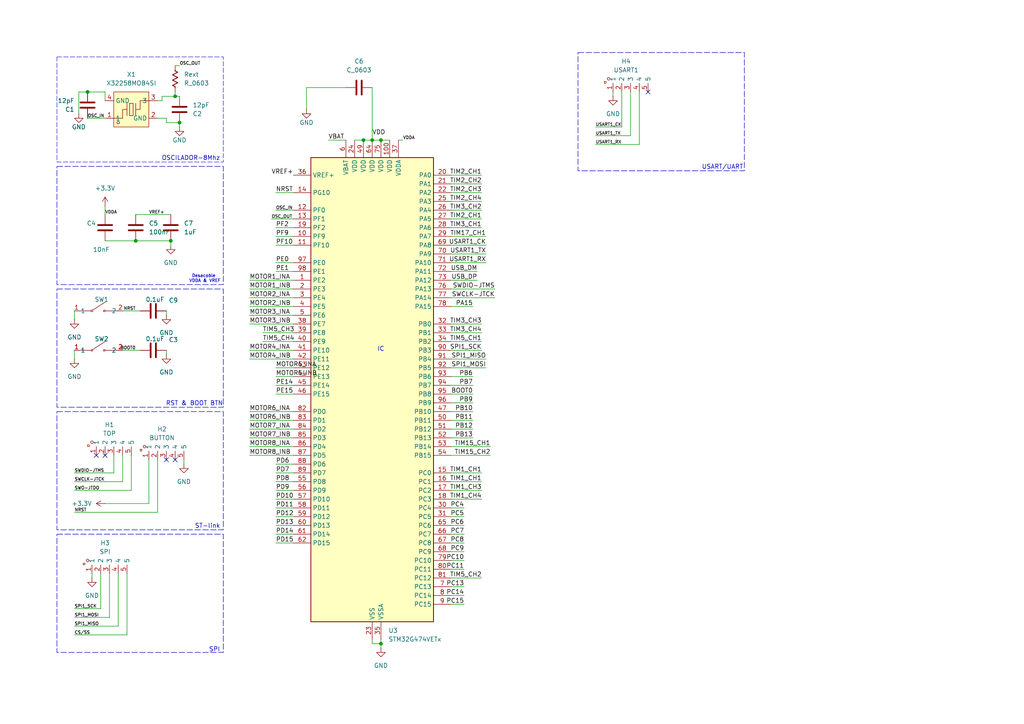
<source format=kicad_sch>
(kicad_sch (version 20250114) (generator "eeschema") (generator_version "9.0")
  (paper "A4")
  (lib_symbols
    (symbol "Device:C" (pin_numbers (hide yes)) (pin_names (offset 0.254))
      (property "Reference" "C" (at 0.635 2.54 0))
      (property "Value" "C" (at 0.635 -2.54 0))
      (symbol "C_0_1"
        (polyline (pts (xy -2.032 0.762) (xy 2.032 0.762)) (stroke (width 0.508)))
        (polyline (pts (xy -2.032 -0.762) (xy 2.032 -0.762)) (stroke (width 0.508)))
      )
      (symbol "C_1_1"
        (pin passive line (at 0 3.81 270) (length 2.794) (name "~") (number "1"))
        (pin passive line (at 0 -3.81 90) (length 2.794) (name "~") (number "2"))
      )
    )
    (symbol "EasyEDA:HX-3X6X2.5-XSMDTACTSWITCH"
      (property "Reference" "SW" (at 0 5.08 0))
      (property "Value" "HX-3X6X2.5-X SMD TACT SWITCH" (at 0 -5.08 0))
      (symbol "HX-3X6X2.5-XSMDTACTSWITCH_0_1"
        (polyline (pts (xy -1.52 0) (xy -5.08 0)))
        (circle (center -1.27 0) (radius 0.25))
        (polyline (pts (xy -1.02 0.25) (xy 2.54 2.54)))
        (circle (center 2.29 0) (radius 0.25))
        (polyline (pts (xy 2.54 0) (xy 6.35 0)))
        (pin unspecified line (at -6.35 0 0) (length 1.27) (name "1") (number "1"))
        (pin unspecified line (at 7.62 0 180) (length 1.27) (name "2") (number "2"))
      )
    )
    (symbol "EasyEDA:HXPZ2.0-1X5PZZ"
      (property "Reference" "H" (at 0 10.16 0))
      (property "Value" "HX PZ2.0-1X5P ZZ" (at 0 -10.16 0))
      (symbol "HXPZ2.0-1X5PZZ_0_1"
        (rectangle (start -2.54 7.62) (end -2.03 7.11) (fill (type background)))
        (circle (center -1.27 6.35) (radius 0.38))
        (pin unspecified line (at -5.08 5.08 0) (length 2.54) (name "1") (number "1"))
        (pin unspecified line (at -5.08 2.54 0) (length 2.54) (name "2") (number "2"))
        (pin unspecified line (at -5.08 0 0) (length 2.54) (name "3") (number "3"))
        (pin unspecified line (at -5.08 -2.54 0) (length 2.54) (name "4") (number "4"))
        (pin unspecified line (at -5.08 -5.08 0) (length 2.54) (name "5") (number "5"))
      )
    )
    (symbol "EasyEDA:X32258MOB4SI"
      (property "Reference" "X" (at 0 7.62 0))
      (property "Value" "X32258MOB4SI" (at 0 -7.62 0))
      (symbol "X32258MOB4SI_0_1"
        (rectangle (start -5.08 5.08) (end 5.08 -5.08) (fill (type background)))
        (polyline (pts (xy -5.08 -2.54) (xy -2.54 -2.54) (xy -2.54 0) (xy -1.27 0)))
        (circle (center -3.81 -3.81) (radius 0.38))
        (polyline (pts (xy -1.27 -1.78) (xy -1.27 1.78)))
        (rectangle (start -0.51 1.78) (end 0.51 -1.78) (fill (type background)))
        (polyline (pts (xy 1.27 -1.78) (xy 1.27 1.78)))
        (polyline (pts (xy 5.08 2.54) (xy 2.54 2.54) (xy 2.54 0) (xy 1.27 0)))
        (pin input line (at -7.62 2.54 0) (length 2.54) (name "GND") (number "4"))
        (pin input line (at -7.62 -2.54 0) (length 2.54) (name "1") (number "1"))
        (pin input line (at 7.62 2.54 180) (length 2.54) (name "3") (number "3"))
        (pin input line (at 7.62 -2.54 180) (length 2.54) (name "GND") (number "2"))
      )
    )
    (symbol "MCU_ST_STM32G4:STM32G474VETx"
      (property "Reference" "U" (at -17.78 69.85 0))
      (property "Value" "STM32G474VETx" (at 10.16 69.85 0))
      (symbol "STM32G474VETx_0_1"
        (rectangle (start -17.78 -66.04) (end 17.78 68.58) (stroke (width 0.254)) (fill (type background)))
      )
      (symbol "STM32G474VETx_1_1"
        (pin input line (at -22.86 63.5 0) (length 5.08) (name "VREF+") (number "36"))
        (pin bidirectional line (at -22.86 58.42 0) (length 5.08) (name "PG10") (number "14"))
        (pin bidirectional line (at -22.86 53.34 0) (length 5.08) (name "PF0") (number "12"))
        (pin bidirectional line (at -22.86 50.8 0) (length 5.08) (name "PF1") (number "13"))
        (pin bidirectional line (at -22.86 48.26 0) (length 5.08) (name "PF2") (number "19"))
        (pin bidirectional line (at -22.86 45.72 0) (length 5.08) (name "PF9") (number "10"))
        (pin bidirectional line (at -22.86 43.18 0) (length 5.08) (name "PF10") (number "11"))
        (pin bidirectional line (at -22.86 38.1 0) (length 5.08) (name "PE0") (number "97"))
        (pin bidirectional line (at -22.86 35.56 0) (length 5.08) (name "PE1") (number "98"))
        (pin bidirectional line (at -22.86 33.02 0) (length 5.08) (name "PE2") (number "1"))
        (pin bidirectional line (at -22.86 30.48 0) (length 5.08) (name "PE3") (number "2"))
        (pin bidirectional line (at -22.86 27.94 0) (length 5.08) (name "PE4") (number "3"))
        (pin bidirectional line (at -22.86 25.4 0) (length 5.08) (name "PE5") (number "4"))
        (pin bidirectional line (at -22.86 22.86 0) (length 5.08) (name "PE6") (number "5"))
        (pin bidirectional line (at -22.86 20.32 0) (length 5.08) (name "PE7") (number "38"))
        (pin bidirectional line (at -22.86 17.78 0) (length 5.08) (name "PE8") (number "39"))
        (pin bidirectional line (at -22.86 15.24 0) (length 5.08) (name "PE9") (number "40"))
        (pin bidirectional line (at -22.86 12.7 0) (length 5.08) (name "PE10") (number "41"))
        (pin bidirectional line (at -22.86 10.16 0) (length 5.08) (name "PE11") (number "42"))
        (pin bidirectional line (at -22.86 7.62 0) (length 5.08) (name "PE12") (number "43"))
        (pin bidirectional line (at -22.86 5.08 0) (length 5.08) (name "PE13") (number "44"))
        (pin bidirectional line (at -22.86 2.54 0) (length 5.08) (name "PE14") (number "45"))
        (pin bidirectional line (at -22.86 0 0) (length 5.08) (name "PE15") (number "46"))
        (pin bidirectional line (at -22.86 -5.08 0) (length 5.08) (name "PD0") (number "82"))
        (pin bidirectional line (at -22.86 -7.62 0) (length 5.08) (name "PD1") (number "83"))
        (pin bidirectional line (at -22.86 -10.16 0) (length 5.08) (name "PD2") (number "84"))
        (pin bidirectional line (at -22.86 -12.7 0) (length 5.08) (name "PD3") (number "85"))
        (pin bidirectional line (at -22.86 -15.24 0) (length 5.08) (name "PD4") (number "86"))
        (pin bidirectional line (at -22.86 -17.78 0) (length 5.08) (name "PD5") (number "87"))
        (pin bidirectional line (at -22.86 -20.32 0) (length 5.08) (name "PD6") (number "88"))
        (pin bidirectional line (at -22.86 -22.86 0) (length 5.08) (name "PD7") (number "89"))
        (pin bidirectional line (at -22.86 -25.4 0) (length 5.08) (name "PD8") (number "55"))
        (pin bidirectional line (at -22.86 -27.94 0) (length 5.08) (name "PD9") (number "56"))
        (pin bidirectional line (at -22.86 -30.48 0) (length 5.08) (name "PD10") (number "57"))
        (pin bidirectional line (at -22.86 -33.02 0) (length 5.08) (name "PD11") (number "58"))
        (pin bidirectional line (at -22.86 -35.56 0) (length 5.08) (name "PD12") (number "59"))
        (pin bidirectional line (at -22.86 -38.1 0) (length 5.08) (name "PD13") (number "60"))
        (pin bidirectional line (at -22.86 -40.64 0) (length 5.08) (name "PD14") (number "61"))
        (pin bidirectional line (at -22.86 -43.18 0) (length 5.08) (name "PD15") (number "62"))
        (pin power_in line (at -7.62 73.66 270) (length 5.08) (name "VBAT") (number "6"))
        (pin power_in line (at -5.08 73.66 270) (length 5.08) (name "VDD") (number "24"))
        (pin power_in line (at -2.54 73.66 270) (length 5.08) (name "VDD") (number "49"))
        (pin power_in line (at 0 73.66 270) (length 5.08) (name "VDD") (number "64"))
        (pin power_in line (at 0 -71.12 90) (length 5.08) (name "VSS") (number "23"))
        (pin passive line (at 0 -71.12 90) (length 5.08) (hide yes) (name "VSS") (number "48"))
        (pin passive line (at 0 -71.12 90) (length 5.08) (hide yes) (name "VSS") (number "63"))
        (pin passive line (at 0 -71.12 90) (length 5.08) (hide yes) (name "VSS") (number "74"))
        (pin passive line (at 0 -71.12 90) (length 5.08) (hide yes) (name "VSS") (number "99"))
        (pin power_in line (at 2.54 73.66 270) (length 5.08) (name "VDD") (number "75"))
        (pin power_in line (at 2.54 -71.12 90) (length 5.08) (name "VSSA") (number "35"))
        (pin power_in line (at 5.08 73.66 270) (length 5.08) (name "VDD") (number "100"))
        (pin power_in line (at 7.62 73.66 270) (length 5.08) (name "VDDA") (number "37"))
        (pin bidirectional line (at 22.86 63.5 180) (length 5.08) (name "PA0") (number "20"))
        (pin bidirectional line (at 22.86 60.96 180) (length 5.08) (name "PA1") (number "21"))
        (pin bidirectional line (at 22.86 58.42 180) (length 5.08) (name "PA2") (number "22"))
        (pin bidirectional line (at 22.86 55.88 180) (length 5.08) (name "PA3") (number "25"))
        (pin bidirectional line (at 22.86 53.34 180) (length 5.08) (name "PA4") (number "26"))
        (pin bidirectional line (at 22.86 50.8 180) (length 5.08) (name "PA5") (number "27"))
        (pin bidirectional line (at 22.86 48.26 180) (length 5.08) (name "PA6") (number "28"))
        (pin bidirectional line (at 22.86 45.72 180) (length 5.08) (name "PA7") (number "29"))
        (pin bidirectional line (at 22.86 43.18 180) (length 5.08) (name "PA8") (number "69"))
        (pin bidirectional line (at 22.86 40.64 180) (length 5.08) (name "PA9") (number "70"))
        (pin bidirectional line (at 22.86 38.1 180) (length 5.08) (name "PA10") (number "71"))
        (pin bidirectional line (at 22.86 35.56 180) (length 5.08) (name "PA11") (number "72"))
        (pin bidirectional line (at 22.86 33.02 180) (length 5.08) (name "PA12") (number "73"))
        (pin bidirectional line (at 22.86 30.48 180) (length 5.08) (name "PA13") (number "76"))
        (pin bidirectional line (at 22.86 27.94 180) (length 5.08) (name "PA14") (number "77"))
        (pin bidirectional line (at 22.86 25.4 180) (length 5.08) (name "PA15") (number "78"))
        (pin bidirectional line (at 22.86 20.32 180) (length 5.08) (name "PB0") (number "32"))
        (pin bidirectional line (at 22.86 17.78 180) (length 5.08) (name "PB1") (number "33"))
        (pin bidirectional line (at 22.86 15.24 180) (length 5.08) (name "PB2") (number "34"))
        (pin bidirectional line (at 22.86 12.7 180) (length 5.08) (name "PB3") (number "90"))
        (pin bidirectional line (at 22.86 10.16 180) (length 5.08) (name "PB4") (number "91"))
        (pin bidirectional line (at 22.86 7.62 180) (length 5.08) (name "PB5") (number "92"))
        (pin bidirectional line (at 22.86 5.08 180) (length 5.08) (name "PB6") (number "93"))
        (pin bidirectional line (at 22.86 2.54 180) (length 5.08) (name "PB7") (number "94"))
        (pin bidirectional line (at 22.86 0 180) (length 5.08) (name "PB8") (number "95"))
        (pin bidirectional line (at 22.86 -2.54 180) (length 5.08) (name "PB9") (number "96"))
        (pin bidirectional line (at 22.86 -5.08 180) (length 5.08) (name "PB10") (number "47"))
        (pin bidirectional line (at 22.86 -7.62 180) (length 5.08) (name "PB11") (number "50"))
        (pin bidirectional line (at 22.86 -10.16 180) (length 5.08) (name "PB12") (number "51"))
        (pin bidirectional line (at 22.86 -12.7 180) (length 5.08) (name "PB13") (number "52"))
        (pin bidirectional line (at 22.86 -15.24 180) (length 5.08) (name "PB14") (number "53"))
        (pin bidirectional line (at 22.86 -17.78 180) (length 5.08) (name "PB15") (number "54"))
        (pin bidirectional line (at 22.86 -22.86 180) (length 5.08) (name "PC0") (number "15"))
        (pin bidirectional line (at 22.86 -25.4 180) (length 5.08) (name "PC1") (number "16"))
        (pin bidirectional line (at 22.86 -27.94 180) (length 5.08) (name "PC2") (number "17"))
        (pin bidirectional line (at 22.86 -30.48 180) (length 5.08) (name "PC3") (number "18"))
        (pin bidirectional line (at 22.86 -33.02 180) (length 5.08) (name "PC4") (number "30"))
        (pin bidirectional line (at 22.86 -35.56 180) (length 5.08) (name "PC5") (number "31"))
        (pin bidirectional line (at 22.86 -38.1 180) (length 5.08) (name "PC6") (number "65"))
        (pin bidirectional line (at 22.86 -40.64 180) (length 5.08) (name "PC7") (number "66"))
        (pin bidirectional line (at 22.86 -43.18 180) (length 5.08) (name "PC8") (number "67"))
        (pin bidirectional line (at 22.86 -45.72 180) (length 5.08) (name "PC9") (number "68"))
        (pin bidirectional line (at 22.86 -48.26 180) (length 5.08) (name "PC10") (number "79"))
        (pin bidirectional line (at 22.86 -50.8 180) (length 5.08) (name "PC11") (number "80"))
        (pin bidirectional line (at 22.86 -53.34 180) (length 5.08) (name "PC12") (number "81"))
        (pin bidirectional line (at 22.86 -55.88 180) (length 5.08) (name "PC13") (number "7"))
        (pin bidirectional line (at 22.86 -58.42 180) (length 5.08) (name "PC14") (number "8"))
        (pin bidirectional line (at 22.86 -60.96 180) (length 5.08) (name "PC15") (number "9"))
      )
    )
    (symbol "PCM_Capacitor_US_AKL:C_0603" (pin_numbers (hide yes)) (pin_names (offset 0.254))
      (property "Reference" "C" (at 0.635 2.54 0))
      (property "Value" "C_0603" (at 0.635 -2.54 0))
      (symbol "C_0603_0_1"
        (polyline (pts (xy -2.032 0.762) (xy 2.032 0.762)) (stroke (width 0.508)))
        (polyline (pts (xy -2.032 -0.762) (xy 2.032 -0.762)) (stroke (width 0.508)))
      )
      (symbol "C_0603_0_2"
        (polyline (pts (xy -2.54 -2.54) (xy -0.381 -0.381)))
        (polyline (pts (xy -0.508 -0.508) (xy -1.651 0.635)) (stroke (width 0.508)))
        (polyline (pts (xy -0.508 -0.508) (xy 0.635 -1.651)) (stroke (width 0.508)))
        (polyline (pts (xy 0.381 0.381) (xy 2.54 2.54)))
        (polyline (pts (xy 0.508 0.508) (xy -0.635 1.651)) (stroke (width 0.508)))
        (polyline (pts (xy 0.508 0.508) (xy 1.651 -0.635)) (stroke (width 0.508)))
      )
      (symbol "C_0603_1_1"
        (pin passive line (at 0 3.81 270) (length 2.794) (name "~") (number "1"))
        (pin passive line (at 0 -3.81 90) (length 2.794) (name "~") (number "2"))
      )
      (symbol "C_0603_1_2"
        (pin passive line (at -2.54 -2.54 90) (length 0) (name "~") (number "2"))
        (pin passive line (at 2.54 2.54 270) (length 0) (name "~") (number "1"))
      )
    )
    (symbol "PCM_Resistor_US_AKL:R_0603" (pin_numbers (hide yes)) (pin_names (offset 0))
      (property "Reference" "R" (at 2.54 1.27 0))
      (property "Value" "R_0603" (at 2.54 -1.27 0))
      (symbol "R_0603_0_1"
        (polyline (pts (xy 0 2.286) (xy 0 2.54)) (stroke (width 0.254)))
        (polyline (pts (xy 0 2.286) (xy 0.762 1.905) (xy -0.762 1.143) (xy 0 0.762) (xy 0.762 0.381) (xy 0 0) (xy -0.762 -0.381) (xy 0 -0.762) (xy 0.762 -1.143) (xy 0 -1.524) (xy -0.762 -1.905) (xy 0 -2.286)) (stroke (width 0.254)))
        (polyline (pts (xy 0 -2.286) (xy 0 -2.54)) (stroke (width 0.254)))
      )
      (symbol "R_0603_0_2"
        (polyline (pts (xy -2.54 -2.54) (xy -1.778 -1.778)))
        (polyline (pts (xy -1.778 -1.778) (xy -1.524 -1.524)) (stroke (width 0.254)))
        (polyline (pts (xy -1.524 -1.524) (xy -1.778 -0.762) (xy -1.016 -1.016)) (stroke (width 0.254)))
        (polyline (pts (xy -0.508 -0.508) (xy -0.762 0.254) (xy 0 0)) (stroke (width 0.254)))
        (polyline (pts (xy -0.508 -0.508) (xy -0.254 -1.27) (xy -1.016 -1.016)) (stroke (width 0.254)))
        (polyline (pts (xy 0.508 0.508) (xy 0.254 1.27) (xy 1.016 1.016)) (stroke (width 0.254)))
        (polyline (pts (xy 0.508 0.508) (xy 0.762 -0.254) (xy 0 0)) (stroke (width 0.254)))
        (polyline (pts (xy 1.524 1.524) (xy 1.778 0.762) (xy 1.016 1.016)) (stroke (width 0.254)))
        (polyline (pts (xy 1.778 1.778) (xy 1.524 1.524)) (stroke (width 0.254)))
        (polyline (pts (xy 1.778 1.778) (xy 2.54 2.54)))
      )
      (symbol "R_0603_1_1"
        (pin passive line (at 0 3.81 270) (length 1.27) (name "~") (number "1"))
        (pin passive line (at 0 -3.81 90) (length 1.27) (name "~") (number "2"))
      )
      (symbol "R_0603_1_2"
        (pin passive line (at -2.54 -2.54 0) (length 0) (name "") (number "2"))
        (pin passive line (at 2.54 2.54 180) (length 0) (name "") (number "1"))
      )
    )
    (symbol "power:+3.3V" (power) (pin_numbers (hide yes)) (pin_names (offset 0) (hide yes))
      (property "Value" "+3.3V" (at 0 3.556 0))
      (symbol "+3.3V_0_1"
        (polyline (pts (xy -0.762 1.27) (xy 0 2.54)))
        (polyline (pts (xy 0 2.54) (xy 0.762 1.27)))
        (polyline (pts (xy 0 0) (xy 0 2.54)))
      )
      (symbol "+3.3V_1_1"
        (pin power_in line (at 0 0 90) (length 0) (name "~") (number "1"))
      )
    )
    (symbol "power:GND" (power) (pin_numbers (hide yes)) (pin_names (offset 0) (hide yes))
      (property "Value" "GND" (at 0 -3.81 0))
      (symbol "GND_0_1"
        (polyline (pts (xy 0 0) (xy 0 -1.27) (xy 1.27 -1.27) (xy 0 -2.54) (xy -1.27 -1.27) (xy 0 -1.27)))
      )
      (symbol "GND_1_1"
        (pin power_in line (at 0 0 270) (length 0) (name "~") (number "1"))
      )
    )
  )
  (rectangle (start 16.51 119.38) (end 64.77 153.67) (stroke (width 0) (type dash)))
  (rectangle (start 16.51 16.51) (end 64.77 46.99) (stroke (width 0.127) (type dash)))
  (rectangle (start 16.51 154.94) (end 64.77 189.23) (stroke (width 0) (type dash)))
  (rectangle (start 16.51 83.82) (end 64.77 118.11) (stroke (width 0) (type dash)))
  (rectangle (start 167.64 15.24) (end 215.9 49.53) (stroke (width 0) (type dash)))
  (rectangle (start 16.51 48.26) (end 64.77 82.55) (stroke (width 0) (type dash)))
  (text "OSCILADOR-8Mhz\n" (at 55.372 45.974 0) (effects (font (size 1.27 1.27))))
  (text "Desacoble \nVDDA & VREF\n\n\n" (at 59.436 82.296 0) (effects (font (size 0.889 0.889))))
  (text "RST & BOOT BTN" (at 56.388 117.856 0) (effects (font (size 1.27 1.27)) (justify bottom)))
  (text "IC" (at 110.49 101.346 0) (effects (font (size 1.27 1.27))))
  (text "USART/UART" (at 209.55 49.276 0) (effects (font (size 1.27 1.27)) (justify bottom)))
  (text "SPI" (at 62.23 189.23 0) (effects (font (size 1.27 1.27)) (justify bottom)))
  (text "ST-link" (at 60.198 153.416 0) (effects (font (size 1.27 1.27)) (justify bottom)))
  (junction (at 52.07 35.56))
  (junction (at 105.41 40.64))
  (junction (at 107.95 40.64))
  (junction (at 110.49 40.64))
  (junction (at 25.4 26.67))
  (junction (at 39.37 69.85))
  (junction (at 49.53 69.85))
  (junction (at 110.49 186.69))
  (junction (at 50.8 27.94))
  (no_connect (at 27.94 132.08))
  (no_connect (at 50.8 133.35))
  (no_connect (at 30.48 132.08))
  (no_connect (at 48.26 133.35))
  (no_connect (at 187.96 26.67))
  (wire (pts (xy 72.39 104.14) (xy 85.09 104.14)))
  (wire (pts (xy 107.95 40.64) (xy 110.49 40.64)))
  (wire (pts (xy 21.59 181.61) (xy 34.29 181.61)))
  (wire (pts (xy 130.81 109.22) (xy 137.16 109.22)))
  (wire (pts (xy 134.62 147.32) (xy 130.81 147.32)))
  (wire (pts (xy 130.81 73.66) (xy 140.97 73.66)))
  (wire (pts (xy 185.42 41.91) (xy 185.42 26.67)))
  (wire (pts (xy 134.62 175.26) (xy 130.81 175.26)))
  (wire (pts (xy 134.62 149.86) (xy 130.81 149.86)))
  (wire (pts (xy 105.41 40.64) (xy 102.87 40.64)))
  (wire (pts (xy 35.56 139.7) (xy 35.56 132.08)))
  (wire (pts (xy 80.01 78.74) (xy 85.09 78.74)))
  (wire (pts (xy 130.81 58.42) (xy 139.7 58.42)))
  (wire (pts (xy 134.62 152.4) (xy 130.81 152.4)))
  (wire (pts (xy 30.48 69.85) (xy 39.37 69.85)))
  (wire (pts (xy 25.4 26.67) (xy 30.48 26.67)))
  (wire (pts (xy 48.26 34.29) (xy 48.26 35.56)))
  (wire (pts (xy 130.81 78.74) (xy 138.43 78.74)))
  (wire (pts (xy 43.18 146.05) (xy 43.18 133.35)))
  (wire (pts (xy 80.01 147.32) (xy 85.09 147.32)))
  (wire (pts (xy 39.37 62.23) (xy 49.53 62.23)))
  (wire (pts (xy 50.8 26.67) (xy 50.8 27.94)))
  (wire (pts (xy 48.26 91.44) (xy 48.26 90.17)))
  (wire (pts (xy 80.01 149.86) (xy 85.09 149.86)))
  (wire (pts (xy 80.01 55.88) (xy 85.09 55.88)))
  (wire (pts (xy 72.39 83.82) (xy 85.09 83.82)))
  (wire (pts (xy 50.8 27.94) (xy 52.07 27.94)))
  (wire (pts (xy 80.01 60.96) (xy 85.09 60.96)))
  (wire (pts (xy 88.9 25.4) (xy 88.9 31.75)))
  (wire (pts (xy 130.81 119.38) (xy 137.16 119.38)))
  (wire (pts (xy 172.72 41.91) (xy 185.42 41.91)))
  (wire (pts (xy 21.59 92.71) (xy 21.59 90.17)))
  (wire (pts (xy 130.81 116.84) (xy 137.16 116.84)))
  (wire (pts (xy 80.01 157.48) (xy 85.09 157.48)))
  (wire (pts (xy 48.26 35.56) (xy 52.07 35.56)))
  (wire (pts (xy 180.34 36.83) (xy 180.34 26.67)))
  (wire (pts (xy 25.4 34.29) (xy 30.48 34.29)))
  (wire (pts (xy 130.81 93.98) (xy 139.7 93.98)))
  (wire (pts (xy 30.48 29.21) (xy 30.48 26.67)))
  (wire (pts (xy 52.07 36.83) (xy 52.07 35.56)))
  (wire (pts (xy 130.81 55.88) (xy 139.7 55.88)))
  (wire (pts (xy 49.53 69.85) (xy 49.53 71.12)))
  (wire (pts (xy 80.01 76.2) (xy 85.09 76.2)))
  (wire (pts (xy 38.1 142.24) (xy 38.1 132.08)))
  (wire (pts (xy 134.62 172.72) (xy 130.81 172.72)))
  (wire (pts (xy 39.37 69.85) (xy 49.53 69.85)))
  (wire (pts (xy 182.88 39.37) (xy 182.88 26.67)))
  (wire (pts (xy 80.01 154.94) (xy 85.09 154.94)))
  (wire (pts (xy 116.84 40.64) (xy 115.57 40.64)))
  (wire (pts (xy 130.81 99.06) (xy 139.7 99.06)))
  (wire (pts (xy 130.81 124.46) (xy 137.16 124.46)))
  (wire (pts (xy 45.72 34.29) (xy 48.26 34.29)))
  (wire (pts (xy 130.81 86.36) (xy 143.51 86.36)))
  (wire (pts (xy 130.81 81.28) (xy 138.43 81.28)))
  (wire (pts (xy 21.59 179.07) (xy 31.75 179.07)))
  (wire (pts (xy 130.81 106.68) (xy 140.97 106.68)))
  (wire (pts (xy 139.7 137.16) (xy 130.81 137.16)))
  (wire (pts (xy 35.56 101.6) (xy 40.64 101.6)))
  (wire (pts (xy 130.81 121.92) (xy 137.16 121.92)))
  (wire (pts (xy 33.02 137.16) (xy 33.02 132.08)))
  (wire (pts (xy 130.81 132.08) (xy 142.24 132.08)))
  (wire (pts (xy 46.99 27.94) (xy 50.8 27.94)))
  (wire (pts (xy 130.81 66.04) (xy 139.7 66.04)))
  (wire (pts (xy 105.41 40.64) (xy 107.95 40.64)))
  (wire (pts (xy 130.81 96.52) (xy 139.7 96.52)))
  (wire (pts (xy 52.07 19.05) (xy 50.8 19.05)))
  (wire (pts (xy 30.48 59.69) (xy 30.48 62.23)))
  (wire (pts (xy 76.2 96.52) (xy 85.09 96.52)))
  (wire (pts (xy 107.95 25.4) (xy 107.95 40.64)))
  (wire (pts (xy 134.62 162.56) (xy 130.81 162.56)))
  (wire (pts (xy 130.81 68.58) (xy 140.97 68.58)))
  (wire (pts (xy 78.74 63.5) (xy 85.09 63.5)))
  (wire (pts (xy 45.72 29.21) (xy 46.99 29.21)))
  (wire (pts (xy 72.39 121.92) (xy 85.09 121.92)))
  (wire (pts (xy 139.7 142.24) (xy 130.81 142.24)))
  (wire (pts (xy 130.81 53.34) (xy 139.7 53.34)))
  (wire (pts (xy 80.01 109.22) (xy 85.09 109.22)))
  (wire (pts (xy 21.59 184.15) (xy 36.83 184.15)))
  (wire (pts (xy 21.59 142.24) (xy 38.1 142.24)))
  (wire (pts (xy 29.21 176.53) (xy 29.21 166.37)))
  (wire (pts (xy 107.95 185.42) (xy 107.95 186.69)))
  (wire (pts (xy 80.01 68.58) (xy 85.09 68.58)))
  (wire (pts (xy 172.72 39.37) (xy 182.88 39.37)))
  (wire (pts (xy 72.39 86.36) (xy 85.09 86.36)))
  (wire (pts (xy 130.81 127) (xy 137.16 127)))
  (wire (pts (xy 130.81 111.76) (xy 137.16 111.76)))
  (wire (pts (xy 130.81 129.54) (xy 142.24 129.54)))
  (wire (pts (xy 31.75 179.07) (xy 31.75 166.37)))
  (wire (pts (xy 80.01 137.16) (xy 85.09 137.16)))
  (wire (pts (xy 137.16 88.9) (xy 130.81 88.9)))
  (wire (pts (xy 46.99 29.21) (xy 46.99 27.94)))
  (wire (pts (xy 30.48 146.05) (xy 43.18 146.05)))
  (wire (pts (xy 72.39 88.9) (xy 85.09 88.9)))
  (wire (pts (xy 130.81 60.96) (xy 139.7 60.96)))
  (wire (pts (xy 76.2 99.06) (xy 85.09 99.06)))
  (wire (pts (xy 130.81 76.2) (xy 140.97 76.2)))
  (wire (pts (xy 22.86 33.02) (xy 22.86 26.67)))
  (wire (pts (xy 53.34 133.35) (xy 53.34 134.62)))
  (wire (pts (xy 72.39 127) (xy 85.09 127)))
  (wire (pts (xy 72.39 81.28) (xy 85.09 81.28)))
  (wire (pts (xy 88.9 25.4) (xy 100.33 25.4)))
  (wire (pts (xy 139.7 167.64) (xy 130.81 167.64)))
  (wire (pts (xy 110.49 40.64) (xy 113.03 40.64)))
  (wire (pts (xy 21.59 139.7) (xy 35.56 139.7)))
  (wire (pts (xy 80.01 66.04) (xy 85.09 66.04)))
  (wire (pts (xy 21.59 176.53) (xy 29.21 176.53)))
  (wire (pts (xy 21.59 148.59) (xy 45.72 148.59)))
  (wire (pts (xy 172.72 36.83) (xy 180.34 36.83)))
  (wire (pts (xy 130.81 71.12) (xy 140.97 71.12)))
  (wire (pts (xy 130.81 83.82) (xy 143.51 83.82)))
  (wire (pts (xy 110.49 186.69) (xy 110.49 187.96)))
  (wire (pts (xy 48.26 102.87) (xy 48.26 101.6)))
  (wire (pts (xy 80.01 134.62) (xy 85.09 134.62)))
  (wire (pts (xy 134.62 170.18) (xy 130.81 170.18)))
  (wire (pts (xy 80.01 106.68) (xy 85.09 106.68)))
  (wire (pts (xy 134.62 160.02) (xy 130.81 160.02)))
  (wire (pts (xy 80.01 111.76) (xy 85.09 111.76)))
  (wire (pts (xy 72.39 101.6) (xy 85.09 101.6)))
  (wire (pts (xy 130.81 50.8) (xy 139.7 50.8)))
  (wire (pts (xy 110.49 185.42) (xy 110.49 186.69)))
  (wire (pts (xy 36.83 184.15) (xy 36.83 166.37)))
  (wire (pts (xy 34.29 181.61) (xy 34.29 166.37)))
  (wire (pts (xy 177.8 26.67) (xy 177.8 27.94)))
  (wire (pts (xy 130.81 104.14) (xy 140.97 104.14)))
  (wire (pts (xy 80.01 114.3) (xy 85.09 114.3)))
  (wire (pts (xy 22.86 26.67) (xy 25.4 26.67)))
  (wire (pts (xy 72.39 132.08) (xy 85.09 132.08)))
  (wire (pts (xy 72.39 129.54) (xy 85.09 129.54)))
  (wire (pts (xy 21.59 137.16) (xy 33.02 137.16)))
  (wire (pts (xy 80.01 142.24) (xy 85.09 142.24)))
  (wire (pts (xy 130.81 101.6) (xy 139.7 101.6)))
  (wire (pts (xy 35.56 90.17) (xy 40.64 90.17)))
  (wire (pts (xy 134.62 154.94) (xy 130.81 154.94)))
  (wire (pts (xy 21.59 104.14) (xy 21.59 101.6)))
  (wire (pts (xy 134.62 157.48) (xy 130.81 157.48)))
  (wire (pts (xy 130.81 63.5) (xy 139.7 63.5)))
  (wire (pts (xy 139.7 139.7) (xy 130.81 139.7)))
  (wire (pts (xy 137.16 114.3) (xy 130.81 114.3)))
  (wire (pts (xy 26.67 166.37) (xy 26.67 167.64)))
  (wire (pts (xy 72.39 119.38) (xy 85.09 119.38)))
  (wire (pts (xy 80.01 139.7) (xy 85.09 139.7)))
  (wire (pts (xy 72.39 93.98) (xy 85.09 93.98)))
  (wire (pts (xy 134.62 165.1) (xy 130.81 165.1)))
  (wire (pts (xy 45.72 148.59) (xy 45.72 133.35)))
  (wire (pts (xy 80.01 152.4) (xy 85.09 152.4)))
  (wire (pts (xy 80.01 71.12) (xy 85.09 71.12)))
  (wire (pts (xy 72.39 124.46) (xy 85.09 124.46)))
  (wire (pts (xy 80.01 144.78) (xy 85.09 144.78)))
  (wire (pts (xy 139.7 144.78) (xy 130.81 144.78)))
  (wire (pts (xy 72.39 91.44) (xy 85.09 91.44)))
  (wire (pts (xy 100.33 40.64) (xy 95.25 40.64)))
  (wire (pts (xy 107.95 186.69) (xy 110.49 186.69)))
  (label "PE1" (at 80.01 78.74 0))
  (label "PC10" (at 134.62 162.56 180))
  (label "PE15" (at 80.01 114.3 0))
  (label "MOTOR3_INA" (at 72.39 91.44 0))
  (label "PC13" (at 134.62 170.18 180))
  (label "TIM15_CH2" (at 142.24 132.08 180))
  (label "SWCLK-JTCK" (at 143.51 86.36 180))
  (label "MOTOR8_INB" (at 72.39 132.08 0))
  (label "PB12" (at 137.16 124.46 180))
  (label "TIM2_CH3" (at 139.7 55.88 180))
  (label "USART1_TX" (at 140.97 73.66 180))
  (label "TIM5_CH1" (at 139.7 99.06 180))
  (label "BOOT0" (at 137.16 114.3 180))
  (label "PD11" (at 80.01 147.32 0))
  (label "NRST" (at 39.37 90.17 180) (effects (font (size 0.889 0.889))))
  (label "PC14" (at 134.62 172.72 180))
  (label "PD7" (at 80.01 137.16 0))
  (label "OSC_IN" (at 80.01 60.96 0) (effects (font (size 0.889 0.889))))
  (label "MOTOR6_INA" (at 72.39 119.38 0))
  (label "USART1_RX" (at 140.97 76.2 180))
  (label "SWDIO-JTMS" (at 143.51 83.82 180))
  (label "TIM15_CH1" (at 142.24 129.54 180))
  (label "MOTOR4_INB" (at 72.39 104.14 0))
  (label "PC11" (at 134.62 165.1 180))
  (label "TIM3_CH2" (at 139.7 60.96 180))
  (label "PC8" (at 134.62 157.48 180))
  (label "PF2" (at 80.01 66.04 0))
  (label "MOTOR2_INA" (at 72.39 86.36 0))
  (label "USART1_TX" (at 172.72 39.37 0) (effects (font (size 0.889 0.889))))
  (label "VDDA" (at 30.48 62.23 0) (effects (font (size 0.889 0.889))))
  (label "VDDA" (at 116.84 40.64 0) (effects (font (size 0.889 0.889))))
  (label "PC5" (at 134.62 149.86 180))
  (label "TIM3_CH1" (at 139.7 66.04 180))
  (label "PC7" (at 134.62 154.94 180))
  (label "MOTOR8_INA" (at 72.39 129.54 0))
  (label "SWCLK-JTCK" (at 21.59 139.7 0) (effects (font (size 0.889 0.889))))
  (label "BOOT0" (at 39.37 101.6 180) (effects (font (size 0.889 0.889))))
  (label "SPI1_MISO" (at 21.59 181.61 0) (effects (font (size 0.889 0.889))))
  (label "PD12" (at 80.01 149.86 0))
  (label "TIM1_CH4" (at 139.7 144.78 180))
  (label "PD6" (at 80.01 134.62 0))
  (label "MOTOR1_INA" (at 72.39 81.28 0))
  (label "PC4" (at 134.62 147.32 180))
  (label "SPI1_MOSI" (at 21.59 179.07 0) (effects (font (size 0.889 0.889))))
  (label "PC15" (at 134.62 175.26 180))
  (label "MOTOR3_INB" (at 72.39 93.98 0))
  (label "TIM1_CH1" (at 139.7 139.7 180))
  (label "SPI1_SCK" (at 139.7 101.6 180))
  (label "TIM17_CH1" (at 140.97 68.58 180))
  (label "PF9" (at 80.01 68.58 0))
  (label "USART1_RX" (at 172.72 41.91 0) (effects (font (size 0.889 0.889))))
  (label "TIM3_CH4" (at 139.7 96.52 180))
  (label "PD8" (at 80.01 139.7 0))
  (label "USB_DP" (at 138.43 81.28 180))
  (label "SPI1_MISO" (at 140.97 104.14 180))
  (label "SWDIO-JTMS" (at 21.59 137.16 0) (effects (font (size 0.889 0.889))))
  (label "PC9" (at 134.62 160.02 180))
  (label "MOTOR1_INB" (at 72.39 83.82 0))
  (label "TIM2_CH2" (at 139.7 53.34 180))
  (label "TIM2_CH1" (at 139.7 63.5 180))
  (label "TIM1_CH3" (at 139.7 142.24 180))
  (label "TIM2_CH4" (at 139.7 58.42 180))
  (label "PB11" (at 137.16 121.92 180))
  (label "TIM5_CH2" (at 139.7 167.64 180))
  (label "CS{slash}SS" (at 21.59 184.15 0) (effects (font (size 0.889 0.889))))
  (label "TIM1_CH1" (at 139.7 137.16 180))
  (label "MOTOR4_INA" (at 72.39 101.6 0))
  (label "TIM3_CH3" (at 139.7 93.98 180))
  (label "PB10" (at 137.16 119.38 180))
  (label "PB9" (at 137.16 116.84 180))
  (label "USART1_CK" (at 140.97 71.12 180))
  (label "PB7" (at 137.16 111.76 180))
  (label "MOTOR5_INA" (at 80.01 106.68 0))
  (label "SWO-JTDO" (at 21.59 142.24 0) (effects (font (size 0.889 0.889))))
  (label "OSC_IN" (at 25.4 34.29 0) (effects (font (size 0.889 0.889))))
  (label "SPI1_SCK" (at 21.59 176.53 0) (effects (font (size 0.889 0.889))))
  (label "OSC_OUT" (at 52.07 19.05 0) (effects (font (size 0.889 0.889))))
  (label "NRST" (at 21.59 148.59 0) (effects (font (size 0.889 0.889))))
  (label "SPI1_MOSI" (at 140.97 106.68 180))
  (label "OSC_OUT" (at 78.74 63.5 0) (effects (font (size 0.889 0.889))))
  (label "USART1_CK" (at 172.72 36.83 0) (effects (font (size 0.889 0.889))))
  (label "PE0" (at 80.01 76.2 0))
  (label "USB_DM" (at 138.43 78.74 180))
  (label "PE14" (at 80.01 111.76 0))
  (label "MOTOR6_INB" (at 72.39 121.92 0))
  (label "VDD" (at 107.95 39.37 0))
  (label "PD10" (at 80.01 144.78 0))
  (label "VREF+" (at 85.09 50.8 180))
  (label "PA15" (at 137.16 88.9 180))
  (label "PD13" (at 80.01 152.4 0))
  (label "TIM2_CH1" (at 139.7 50.8 180))
  (label "PD15" (at 80.01 157.48 0))
  (label "NRST" (at 80.01 55.88 0))
  (label "PD9" (at 80.01 142.24 0))
  (label "MOTOR7_INB" (at 72.39 127 0))
  (label "MOTOR2_INB" (at 72.39 88.9 0))
  (label "PB6" (at 137.16 109.22 180))
  (label "PC6" (at 134.62 152.4 180))
  (label "MOTOR7_INA" (at 72.39 124.46 0))
  (label "TIM5_CH4" (at 76.2 99.06 0))
  (label "TIM5_CH3" (at 76.2 96.52 0))
  (label "PD14" (at 80.01 154.94 0))
  (label "PB13" (at 137.16 127 180))
  (label "VBAT" (at 95.25 40.64 0))
  (label "VREF+" (at 43.18 62.23 0) (effects (font (size 0.889 0.889))))
  (label "PF10" (at 80.01 71.12 0))
  (label "MOTOR5_INB" (at 80.01 109.22 0))
  (symbol (lib_id "power:GND") (at 26.67 167.64 0) (unit 1)
    (property "Reference" "#PWR013" (effects (hide yes)))
    (property "Value" "GND" (at 26.67 172.72 0))
    (property "Description" "Power symbol creates a global label with name \"GND\" , ground" (effects (hide yes)))
  )
  (symbol (lib_id "EasyEDA:HXPZ2.0-1X5PZZ") (at 182.88 21.59 90) (unit 1)
    (property "Reference" "H4" (at 181.61 17.78 90))
    (property "Value" "USART1" (at 181.61 20.32 90))
    (property "Footprint" "EasyEDA:HDR-TH_5P-P2.00-V-M" (effects (hide yes)))
    (property "LCSC Part" "C22438288" (effects (hide yes)))
  )
  (symbol (lib_id "power:GND") (at 110.49 187.96 0) (unit 1)
    (property "Reference" "#PWR010" (effects (hide yes)))
    (property "Value" "GND" (at 110.49 193.04 0))
    (property "Description" "Power symbol creates a global label with name \"GND\" , ground" (effects (hide yes)))
  )
  (symbol (lib_id "PCM_Capacitor_US_AKL:C_0603") (at 44.45 101.6 90) (unit 1)
    (property "Reference" "C3" (at 50.292 98.552 90))
    (property "Value" "0.1uF" (at 44.958 98.298 90))
    (property "Footprint" "PCM_Capacitor_SMD_AKL:C_0603_1608Metric" (effects (hide yes)))
    (property "Description" "SMD 0603 MLCC capacitor, Alternate KiCad Library" (effects (hide yes)))
  )
  (symbol (lib_id "EasyEDA:HX-3X6X2.5-XSMDTACTSWITCH") (at 27.94 90.17 0) (unit 1)
    (property "Reference" "SW1" (at 29.464 86.868 0))
    (property "Value" "HX-3X6X2.5-X SMD TACT SWITCH" (effects (hide yes)))
    (property "Footprint" "EasyEDA:SW-SMD_HX-3X6X2.5-X" (effects (hide yes)))
    (property "LCSC Part" "C49234125" (effects (hide yes)))
  )
  (symbol (lib_id "PCM_Capacitor_US_AKL:C_0603") (at 49.53 66.04 0) (unit 1)
    (property "Reference" "C7" (at 53.34 64.7699 0) (effects (justify left)))
    (property "Value" "1uF" (at 53.34 67.3099 0) (effects (justify left)))
    (property "Footprint" "PCM_Capacitor_SMD_AKL:C_0603_1608Metric" (effects (hide yes)))
    (property "Description" "SMD 0603 MLCC capacitor, Alternate KiCad Library" (effects (hide yes)))
  )
  (symbol (lib_id "MCU_ST_STM32G4:STM32G474VETx") (at 107.95 114.3 0) (unit 1)
    (property "Reference" "U3" (at 112.6333 182.88 0) (effects (justify left)))
    (property "Value" "STM32G474VETx" (at 112.6333 185.42 0) (effects (justify left)))
    (property "Footprint" "Package_QFP:LQFP-100_14x14mm_P0.5mm" (effects (hide yes)))
    (property "Datasheet" "https://www.st.com/resource/en/datasheet/stm32g474ve.pdf" (effects (hide yes)))
    (property "Description" "STMicroelectronics Arm Cortex-M4 MCU, 512KB flash, 128KB RAM, 170 MHz, 1.71-3.6V, 86 GPIO, LQFP100" (effects (hide yes)))
  )
  (symbol (lib_id "PCM_Capacitor_US_AKL:C_0603") (at 104.14 25.4 270) (unit 1)
    (property "Reference" "C6" (at 104.14 17.78 90))
    (property "Value" "C_0603" (at 104.14 20.32 90))
    (property "Footprint" "PCM_Capacitor_SMD_AKL:C_0603_1608Metric" (effects (hide yes)))
    (property "Description" "SMD 0603 MLCC capacitor, Alternate KiCad Library" (effects (hide yes)))
  )
  (symbol (lib_id "power:GND") (at 52.07 36.83 0) (mirror y) (unit 1)
    (property "Reference" "#PWR04" (effects (hide yes)))
    (property "Value" "GND" (at 52.07 40.64 0))
    (property "Description" "Power symbol creates a global label with name \"GND\" , ground" (effects (hide yes)))
  )
  (symbol (lib_id "PCM_Resistor_US_AKL:R_0603") (at 50.8 22.86 180) (unit 1)
    (property "Reference" "Rext" (at 53.34 21.5899 0) (effects (justify right)))
    (property "Value" "R_0603" (at 53.34 24.1299 0) (effects (justify right)))
    (property "Footprint" "PCM_Resistor_SMD_AKL:R_0603_1608Metric" (effects (hide yes)))
    (property "Description" "SMD 0603 Chip Resistor, US Symbol, Alternate KiCad Library" (effects (hide yes)))
  )
  (symbol (lib_id "power:GND") (at 21.59 104.14 0) (unit 1)
    (property "Reference" "#PWR08" (effects (hide yes)))
    (property "Value" "GND" (at 21.59 109.22 0))
    (property "Description" "Power symbol creates a global label with name \"GND\" , ground" (effects (hide yes)))
  )
  (symbol (lib_id "power:GND") (at 88.9 31.75 0) (unit 1)
    (property "Reference" "#PWR07" (effects (hide yes)))
    (property "Value" "GND" (at 88.9 35.56 0))
    (property "Description" "Power symbol creates a global label with name \"GND\" , ground" (effects (hide yes)))
  )
  (symbol (lib_id "PCM_Capacitor_US_AKL:C_0603") (at 39.37 66.04 0) (unit 1)
    (property "Reference" "C5" (at 43.18 64.7699 0) (effects (justify left)))
    (property "Value" "100nF" (at 43.18 67.3099 0) (effects (justify left)))
    (property "Footprint" "PCM_Capacitor_SMD_AKL:C_0603_1608Metric" (effects (hide yes)))
    (property "Description" "SMD 0603 MLCC capacitor, Alternate KiCad Library" (effects (hide yes)))
  )
  (symbol (lib_id "power:GND") (at 21.59 92.71 0) (unit 1)
    (property "Reference" "#PWR02" (effects (hide yes)))
    (property "Value" "GND" (at 21.59 97.79 0))
    (property "Description" "Power symbol creates a global label with name \"GND\" , ground" (effects (hide yes)))
  )
  (symbol (lib_id "power:+3.3V") (at 30.48 59.69 0) (unit 1)
    (property "Reference" "#PWR01" (effects (hide yes)))
    (property "Value" "+3.3V" (at 30.48 54.61 0))
    (property "Description" "Power symbol creates a global label with name \"+3.3V\"" (effects (hide yes)))
  )
  (symbol (lib_id "EasyEDA:HXPZ2.0-1X5PZZ") (at 48.26 128.27 90) (unit 1)
    (property "Reference" "H2" (at 46.99 124.46 90))
    (property "Value" "BUTTON" (at 46.99 127 90))
    (property "Footprint" "EasyEDA:HDR-TH_5P-P2.00-V-M" (effects (hide yes)))
    (property "LCSC Part" "C22438288" (effects (hide yes)))
  )
  (symbol (lib_id "EasyEDA:HX-3X6X2.5-XSMDTACTSWITCH") (at 27.94 101.6 0) (unit 1)
    (property "Reference" "SW2" (at 29.464 98.298 0))
    (property "Value" "HX-3X6X2.5-X SMD TACT SWITCH" (effects (hide yes)))
    (property "Footprint" "EasyEDA:SW-SMD_HX-3X6X2.5-X" (effects (hide yes)))
    (property "LCSC Part" "C49234125" (effects (hide yes)))
  )
  (symbol (lib_id "power:GND") (at 177.8 27.94 0) (unit 1)
    (property "Reference" "#PWR014" (effects (hide yes)))
    (property "Value" "GND" (at 177.8 33.02 0))
    (property "Description" "Power symbol creates a global label with name \"GND\" , ground" (effects (hide yes)))
  )
  (symbol (lib_id "EasyEDA:X32258MOB4SI") (at 38.1 31.75 0) (unit 1)
    (property "Reference" "X1" (at 38.1 21.59 0))
    (property "Value" "X32258MOB4SI" (at 38.1 24.13 0))
    (property "Footprint" "EasyEDA:CRYSTAL-SMD_4P-L3.2-W2.5-BL" (effects (hide yes)))
    (property "LCSC Part" "C2682775" (effects (hide yes)))
  )
  (symbol (lib_id "power:GND") (at 49.53 71.12 0) (unit 1)
    (property "Reference" "#PWR06" (effects (hide yes)))
    (property "Value" "GND" (at 49.53 76.2 0))
    (property "Description" "Power symbol creates a global label with name \"GND\" , ground" (effects (hide yes)))
  )
  (symbol (lib_id "Device:C") (at 25.4 30.48 180) (unit 1)
    (property "Reference" "C1" (at 21.59 31.7501 0) (effects (justify left)))
    (property "Value" "12pF" (at 21.59 29.2101 0) (effects (justify left)))
    (property "Description" "Unpolarized capacitor" (effects (hide yes)))
  )
  (symbol (lib_id "Device:C") (at 52.07 31.75 0) (mirror x) (unit 1)
    (property "Reference" "C2" (at 55.88 33.0201 0) (effects (justify left)))
    (property "Value" "12pF" (at 55.88 30.4801 0) (effects (justify left)))
    (property "Description" "Unpolarized capacitor" (effects (hide yes)))
  )
  (symbol (lib_id "EasyEDA:HXPZ2.0-1X5PZZ") (at 31.75 161.29 90) (unit 1)
    (property "Reference" "H3" (at 30.48 157.48 90))
    (property "Value" "SPI" (at 30.48 160.02 90))
    (property "Footprint" "EasyEDA:HDR-TH_5P-P2.00-V-M" (effects (hide yes)))
    (property "LCSC Part" "C22438288" (effects (hide yes)))
  )
  (symbol (lib_id "PCM_Capacitor_US_AKL:C_0603") (at 30.48 66.04 0) (unit 1)
    (property "Reference" "C4" (at 25.146 64.77 0) (effects (justify left)))
    (property "Value" "10nF" (at 26.924 72.39 0) (effects (justify left)))
    (property "Footprint" "PCM_Capacitor_SMD_AKL:C_0603_1608Metric" (effects (hide yes)))
    (property "Description" "SMD 0603 MLCC capacitor, Alternate KiCad Library" (effects (hide yes)))
  )
  (symbol (lib_id "power:+3.3V") (at 30.48 146.05 90) (unit 1)
    (property "Reference" "#PWR011" (effects (hide yes)))
    (property "Value" "+3.3V" (at 26.67 146.0499 90) (effects (justify left)))
    (property "Description" "Power symbol creates a global label with name \"+3.3V\"" (effects (hide yes)))
  )
  (symbol (lib_id "power:GND") (at 22.86 33.02 0) (mirror y) (unit 1)
    (property "Reference" "#PWR05" (effects (hide yes)))
    (property "Value" "GND" (at 22.86 36.83 0))
    (property "Description" "Power symbol creates a global label with name \"GND\" , ground" (effects (hide yes)))
  )
  (symbol (lib_id "power:GND") (at 53.34 134.62 0) (unit 1)
    (property "Reference" "#PWR012" (effects (hide yes)))
    (property "Value" "GND" (at 53.34 139.7 0))
    (property "Description" "Power symbol creates a global label with name \"GND\" , ground" (effects (hide yes)))
  )
  (symbol (lib_id "EasyEDA:HXPZ2.0-1X5PZZ") (at 33.02 127 90) (unit 1)
    (property "Reference" "H1" (at 31.75 123.19 90))
    (property "Value" "TOP" (at 31.75 125.73 90))
    (property "Footprint" "EasyEDA:HDR-TH_5P-P2.00-V-M" (effects (hide yes)))
    (property "LCSC Part" "C22438288" (effects (hide yes)))
  )
  (symbol (lib_id "PCM_Capacitor_US_AKL:C_0603") (at 44.45 90.17 90) (unit 1)
    (property "Reference" "C9" (at 50.292 87.122 90))
    (property "Value" "0.1uF" (at 44.958 86.868 90))
    (property "Footprint" "PCM_Capacitor_SMD_AKL:C_0603_1608Metric" (effects (hide yes)))
    (property "Description" "SMD 0603 MLCC capacitor, Alternate KiCad Library" (effects (hide yes)))
  )
  (symbol (lib_id "power:GND") (at 48.26 91.44 0) (unit 1)
    (property "Reference" "#PWR03" (effects (hide yes)))
    (property "Value" "GND" (at 48.26 96.52 0))
    (property "Description" "Power symbol creates a global label with name \"GND\" , ground" (effects (hide yes)))
  )
  (symbol (lib_id "power:GND") (at 48.26 102.87 0) (unit 1)
    (property "Reference" "#PWR09" (effects (hide yes)))
    (property "Value" "GND" (at 48.26 107.95 0))
    (property "Description" "Power symbol creates a global label with name \"GND\" , ground" (effects (hide yes)))
  )
)
</source>
